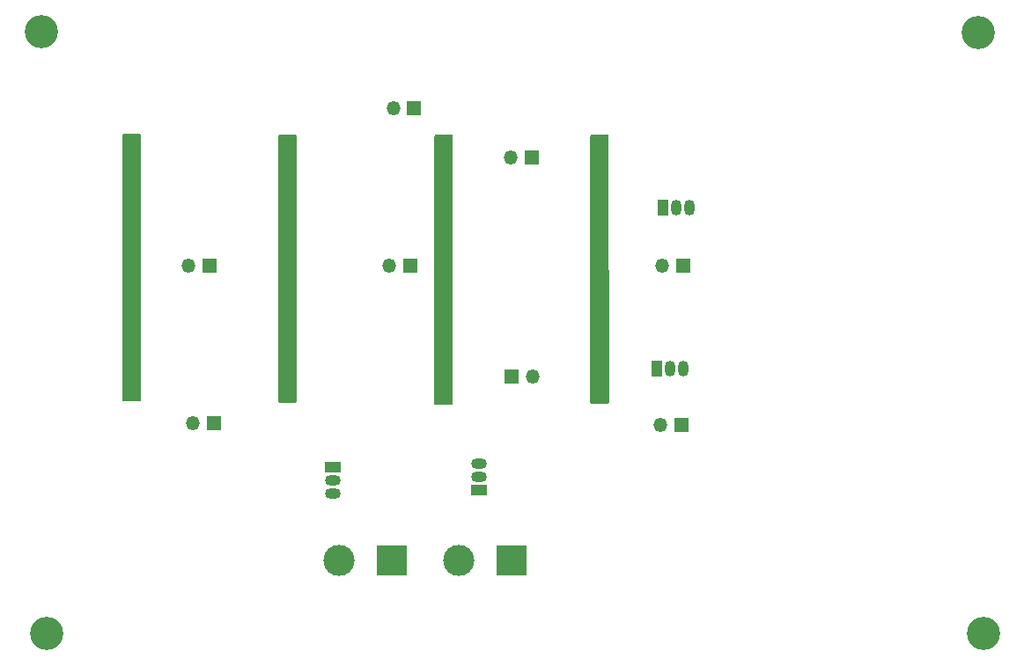
<source format=gbr>
%TF.GenerationSoftware,KiCad,Pcbnew,8.0.8*%
%TF.CreationDate,2025-08-26T11:44:11+12:00*%
%TF.ProjectId,esfgrid_ckt_Multi,65736667-7269-4645-9f63-6b745f4d756c,rev?*%
%TF.SameCoordinates,Original*%
%TF.FileFunction,Soldermask,Bot*%
%TF.FilePolarity,Negative*%
%FSLAX46Y46*%
G04 Gerber Fmt 4.6, Leading zero omitted, Abs format (unit mm)*
G04 Created by KiCad (PCBNEW 8.0.8) date 2025-08-26 11:44:11*
%MOMM*%
%LPD*%
G01*
G04 APERTURE LIST*
%ADD10C,3.200000*%
%ADD11R,1.350000X1.350000*%
%ADD12O,1.350000X1.350000*%
%ADD13O,1.050000X1.500000*%
%ADD14R,1.050000X1.500000*%
%ADD15R,1.500000X1.050000*%
%ADD16O,1.500000X1.050000*%
%ADD17R,3.000000X3.000000*%
%ADD18C,3.000000*%
G04 APERTURE END LIST*
D10*
%TO.C,REF\u002A\u002A*%
X256667600Y-104760000D03*
%TD*%
%TO.C,REF\u002A\u002A*%
X166567600Y-104730000D03*
%TD*%
%TO.C,REF\u002A\u002A*%
X256157600Y-46900000D03*
%TD*%
%TO.C,REF\u002A\u002A*%
X166057600Y-46870000D03*
%TD*%
D11*
%TO.C,J16*%
X213257600Y-58960000D03*
D12*
X211257600Y-58960000D03*
%TD*%
D13*
%TO.C,Q1*%
X228367600Y-63777500D03*
X227097600Y-63777500D03*
D14*
X225827600Y-63777500D03*
%TD*%
D15*
%TO.C,U1*%
X194137600Y-88720000D03*
D16*
X194137600Y-89990000D03*
X194137600Y-91260000D03*
%TD*%
D11*
%TO.C,J3*%
X182247600Y-69380000D03*
D12*
X180247600Y-69380000D03*
%TD*%
D11*
%TO.C,J18*%
X227797600Y-69380000D03*
D12*
X225797600Y-69380000D03*
%TD*%
D11*
%TO.C,J8*%
X201927600Y-54180000D03*
D12*
X199927600Y-54180000D03*
%TD*%
D17*
%TO.C,J2*%
X211277600Y-97730000D03*
D18*
X206197600Y-97730000D03*
%TD*%
D11*
%TO.C,J17*%
X211317600Y-80060000D03*
D12*
X213317600Y-80060000D03*
%TD*%
D15*
%TO.C,U2*%
X208207600Y-90970000D03*
D16*
X208207600Y-89700000D03*
X208207600Y-88430000D03*
%TD*%
D17*
%TO.C,J1*%
X199767600Y-97740000D03*
D18*
X194687600Y-97740000D03*
%TD*%
D14*
%TO.C,Q2*%
X225247600Y-79288750D03*
D13*
X226517600Y-79288750D03*
X227787600Y-79288750D03*
%TD*%
D12*
%TO.C,J19*%
X225647600Y-84660000D03*
D11*
X227647600Y-84660000D03*
%TD*%
D12*
%TO.C,J7*%
X180647600Y-84530000D03*
D11*
X182647600Y-84530000D03*
%TD*%
%TO.C,J9*%
X201557600Y-69330000D03*
D12*
X199557600Y-69330000D03*
%TD*%
G36*
X205600648Y-56789685D02*
G01*
X205646403Y-56842489D01*
X205657609Y-56893990D01*
X205659579Y-82605990D01*
X205639900Y-82673031D01*
X205587099Y-82718790D01*
X205535579Y-82730000D01*
X204001600Y-82730000D01*
X203934561Y-82710315D01*
X203888806Y-82657511D01*
X203877600Y-82606000D01*
X203877600Y-56894000D01*
X203897285Y-56826961D01*
X203950089Y-56781206D01*
X204001600Y-56770000D01*
X205533609Y-56770000D01*
X205600648Y-56789685D01*
G37*
G36*
X175581009Y-56689671D02*
G01*
X175626764Y-56742475D01*
X175637970Y-56793977D01*
X175639923Y-82295977D01*
X175620244Y-82363017D01*
X175567443Y-82408776D01*
X175515923Y-82419986D01*
X173981960Y-82419986D01*
X173914921Y-82400301D01*
X173869166Y-82347497D01*
X173857960Y-82295986D01*
X173857960Y-56793986D01*
X173877645Y-56726947D01*
X173930449Y-56681192D01*
X173981960Y-56669986D01*
X175513970Y-56669986D01*
X175581009Y-56689671D01*
G37*
G36*
X220600649Y-56789685D02*
G01*
X220646404Y-56842489D01*
X220657610Y-56893991D01*
X220659573Y-82525991D01*
X220639894Y-82593031D01*
X220587093Y-82638790D01*
X220535573Y-82650000D01*
X219001600Y-82650000D01*
X218934561Y-82630315D01*
X218888806Y-82577511D01*
X218877600Y-82526000D01*
X218877600Y-56894000D01*
X218897285Y-56826961D01*
X218950089Y-56781206D01*
X219001600Y-56770000D01*
X220533610Y-56770000D01*
X220600649Y-56789685D01*
G37*
G36*
X190600649Y-56789685D02*
G01*
X190646404Y-56842489D01*
X190657610Y-56893991D01*
X190659565Y-82415991D01*
X190639886Y-82483031D01*
X190587085Y-82528790D01*
X190535565Y-82540000D01*
X189001600Y-82540000D01*
X188934561Y-82520315D01*
X188888806Y-82467511D01*
X188877600Y-82416000D01*
X188877600Y-56894000D01*
X188897285Y-56826961D01*
X188950089Y-56781206D01*
X189001600Y-56770000D01*
X190533610Y-56770000D01*
X190600649Y-56789685D01*
G37*
M02*

</source>
